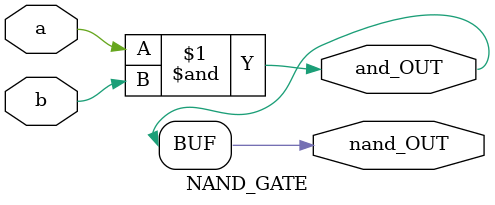
<source format=v>
`timescale 1ns / 1ps


module NAND_GATE(
    input a,
    input b,
    output nand_OUT,
    output and_OUT
    );
    
    assign nand_OUT = a & b;
    assign and_OUT = nand_OUT;
endmodule

</source>
